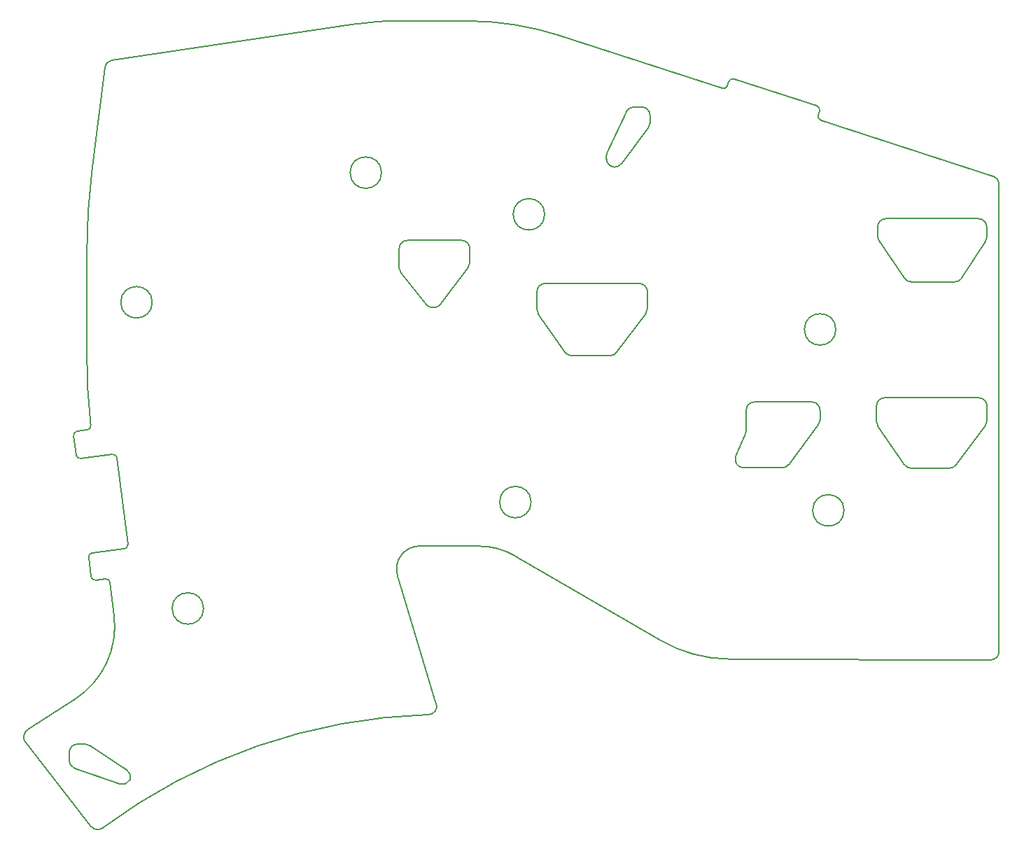
<source format=gm1>
%TF.GenerationSoftware,KiCad,Pcbnew,(5.99.0-12380-gca33ec05df)*%
%TF.CreationDate,2021-09-27T09:59:53+10:00*%
%TF.ProjectId,anaphase,616e6170-6861-4736-952e-6b696361645f,rev?*%
%TF.SameCoordinates,Original*%
%TF.FileFunction,Profile,NP*%
%FSLAX46Y46*%
G04 Gerber Fmt 4.6, Leading zero omitted, Abs format (unit mm)*
G04 Created by KiCad (PCBNEW (5.99.0-12380-gca33ec05df)) date 2021-09-27 09:59:53*
%MOMM*%
%LPD*%
G01*
G04 APERTURE LIST*
%TA.AperFunction,Profile*%
%ADD10C,0.200000*%
%TD*%
G04 APERTURE END LIST*
D10*
X138462564Y-79843638D02*
X138621953Y-79843638D01*
X151083607Y-77923308D02*
X151083607Y-80042189D01*
X95038986Y-95341413D02*
G75*
G02*
X95474354Y-94784229I496276J60908D01*
G01*
X193279472Y-69091339D02*
X204484260Y-69091339D01*
X185322301Y-93424704D02*
X185322301Y-92258164D01*
X95880006Y-98089429D02*
G75*
G02*
X95322821Y-97654062I-60909J496276D01*
G01*
X97105885Y-94085688D02*
G75*
G02*
X96632549Y-85516841I76026631J8497146D01*
G01*
X174125051Y-52990515D02*
X174279271Y-52514893D01*
X97280906Y-109503783D02*
X101151645Y-109028721D01*
X176069520Y-99222191D02*
G75*
G02*
X175149975Y-97829208I1J1000000D01*
G01*
X163444953Y-76923308D02*
X152083607Y-76923308D01*
X176384972Y-92258164D02*
X176384972Y-94734690D01*
X184322301Y-91258164D02*
X177384972Y-91258164D01*
X99750745Y-97614367D02*
X95880006Y-98089429D01*
X192454205Y-71798984D02*
G75*
G02*
X192279472Y-71234241I825267J564743D01*
G01*
X174125051Y-52990515D02*
G75*
G02*
X173495209Y-53311917I-475622J154220D01*
G01*
X204484260Y-69091339D02*
G75*
G02*
X205484260Y-70091339I0J-1000000D01*
G01*
X160713012Y-85259419D02*
G75*
G02*
X159911610Y-85661293I-801402J598126D01*
G01*
X98540734Y-142789468D02*
G75*
G02*
X97156519Y-142604261I-597176J802110D01*
G01*
X176069521Y-99222191D02*
X180726774Y-99222191D01*
X184322301Y-91258164D02*
G75*
G02*
X185322301Y-92258164I0J-1000000D01*
G01*
X139422160Y-79443362D02*
G75*
G02*
X138621953Y-79843638I-800207J599724D01*
G01*
X144145856Y-108705919D02*
G75*
G02*
X148384406Y-109853848I-27326J-8499956D01*
G01*
X89235491Y-132498696D02*
G75*
G02*
X89503672Y-130896566I865743J678594D01*
G01*
X204513842Y-90756828D02*
G75*
G02*
X205513842Y-91756828I0J-1000000D01*
G01*
X134405929Y-72711787D02*
G75*
G02*
X135405929Y-71711787I1000000J0D01*
G01*
X205484260Y-70091339D02*
X205484260Y-71339647D01*
X142950823Y-74401950D02*
G75*
G02*
X142751030Y-75001674I-1000000J0D01*
G01*
X160483365Y-62843638D02*
X160484296Y-62843638D01*
X101458461Y-135769152D02*
G75*
G02*
X101838879Y-136978241I-547659J-836701D01*
G01*
X192152496Y-91756828D02*
X192152496Y-93643781D01*
X196348610Y-99262886D02*
G75*
G02*
X195526274Y-98831888I0J1000000D01*
G01*
X129229476Y-45534009D02*
G75*
G02*
X134744040Y-45138594I5360266J-36104259D01*
G01*
X134405929Y-72711787D02*
X134405929Y-75040956D01*
X174909113Y-52193492D02*
X184935222Y-55444453D01*
X134744040Y-45138594D02*
X142776648Y-45172551D01*
X192152496Y-91756828D02*
G75*
G02*
X193152496Y-90756828I1000000J0D01*
G01*
X134211495Y-112295906D02*
G75*
G02*
X136899777Y-108682623I2679281J813297D01*
G01*
X185423805Y-57179759D02*
X206281703Y-63942924D01*
X204513842Y-90756828D02*
X193152496Y-90756828D01*
X205484261Y-71339648D02*
G75*
G02*
X205324223Y-71882292I-1000001J1D01*
G01*
X95168684Y-135578601D02*
X100633011Y-137452085D01*
X155279721Y-85661293D02*
X159911610Y-85661293D01*
X96385191Y-132643636D02*
X95506296Y-132643636D01*
X163753114Y-55577841D02*
G75*
G02*
X164753114Y-56577841I0J-1000000D01*
G01*
X110750295Y-116235943D02*
G75*
G03*
X110750295Y-116235943I-1900000J0D01*
G01*
X144145856Y-108705919D02*
X136899777Y-108682623D01*
X174319373Y-122357472D02*
G75*
G02*
X166093374Y-120129145I54820J16499909D01*
G01*
X97129374Y-112373615D02*
X96845539Y-110060968D01*
X151261271Y-80611191D02*
X154457385Y-85230295D01*
X98540735Y-142789468D02*
G75*
G02*
X137985053Y-129072994I41482722J-55718383D01*
G01*
X96632549Y-85516841D02*
X96644405Y-72867847D01*
X163444953Y-76923308D02*
G75*
G02*
X164444953Y-77923308I0J-1000000D01*
G01*
X201781901Y-98861012D02*
G75*
G02*
X200980499Y-99262886I-801402J598126D01*
G01*
X192330160Y-94212783D02*
X195526274Y-98831888D01*
X101838879Y-136978241D02*
G75*
G02*
X100633011Y-137452085I-881544J472102D01*
G01*
X195524014Y-76284937D02*
X192454205Y-71798984D01*
X134626511Y-75667460D02*
G75*
G02*
X134405929Y-75040956I779418J626504D01*
G01*
X142776647Y-45172550D02*
G75*
G02*
X153880422Y-46951830I-154298J-36499675D01*
G01*
X138462564Y-79843638D02*
G75*
G02*
X137683146Y-79470142I0J1000000D01*
G01*
X134626511Y-75667460D02*
X137683146Y-79470142D01*
X96385191Y-132643636D02*
G75*
G02*
X96932850Y-132806934I0J-1000000D01*
G01*
X94506386Y-133630203D02*
G75*
G02*
X95506296Y-132643636I999910J-13433D01*
G01*
X196348610Y-99262886D02*
X200980499Y-99262886D01*
X99750744Y-97614367D02*
G75*
G02*
X100307930Y-98049735I60909J-496277D01*
G01*
X151083607Y-77923308D02*
G75*
G02*
X152083607Y-76923308I1000000J0D01*
G01*
X164444953Y-79927127D02*
X164444953Y-77923308D01*
X192279472Y-71234241D02*
X192279472Y-70091339D01*
X138912596Y-127782961D02*
G75*
G02*
X137985053Y-129072994I-956887J-290463D01*
G01*
X95474354Y-94784229D02*
X96669888Y-94637499D01*
X185423805Y-57179759D02*
G75*
G02*
X185102403Y-56549917I154220J475622D01*
G01*
X205324223Y-71882292D02*
X202494242Y-76262838D01*
X104538475Y-79197967D02*
G75*
G03*
X104538475Y-79197967I-1900000J0D01*
G01*
X161283401Y-62444829D02*
X164552220Y-58099908D01*
X134211494Y-112295906D02*
X138912595Y-127782961D01*
X159483365Y-61467179D02*
X159483365Y-61843638D01*
X196349280Y-76720193D02*
G75*
G02*
X195524014Y-76284937I0J999999D01*
G01*
X142950823Y-74401950D02*
X142950823Y-72711787D01*
X98877622Y-112662802D02*
X97686559Y-112808983D01*
X164444953Y-79927127D02*
G75*
G02*
X164246355Y-80525253I-1000000J0D01*
G01*
X176384972Y-92258164D02*
G75*
G02*
X177384972Y-91258164I1000000J0D01*
G01*
X141950823Y-71711787D02*
G75*
G02*
X142950823Y-72711787I0J-1000000D01*
G01*
X205969940Y-122462628D02*
X174319374Y-122357472D01*
X132274775Y-63517480D02*
G75*
G03*
X132274775Y-63517480I-1900000J0D01*
G01*
X181526981Y-98821914D02*
X185122508Y-94024428D01*
X164753115Y-57498716D02*
G75*
G02*
X164552220Y-58099908I-1000001J0D01*
G01*
X97105885Y-94085686D02*
G75*
G02*
X96669888Y-94637499I-496906J-55537D01*
G01*
X201781901Y-98861012D02*
X205315244Y-94126846D01*
X97686558Y-112808983D02*
G75*
G02*
X97129374Y-112373615I-60908J496276D01*
G01*
X89503672Y-130896566D02*
X95209397Y-127204751D01*
X187228499Y-82482409D02*
G75*
G03*
X187228499Y-82482409I-1900000J0D01*
G01*
X139422160Y-79443361D02*
X142751030Y-75001674D01*
X185256623Y-56074295D02*
X185102403Y-56549917D01*
X101587013Y-108471537D02*
G75*
G02*
X101151645Y-109028721I-496276J-60908D01*
G01*
X206281703Y-63942923D02*
G75*
G02*
X206973263Y-64894167I-308440J-951244D01*
G01*
X97156519Y-142604261D02*
X89235491Y-132498696D01*
X101458461Y-135769152D02*
X96932850Y-132806934D01*
X95322821Y-97654062D02*
X95038986Y-95341414D01*
X150365743Y-103372880D02*
G75*
G03*
X150365743Y-103372880I-1900000J0D01*
G01*
X174279272Y-52514893D02*
G75*
G02*
X174909113Y-52193492I475621J-154220D01*
G01*
X185322301Y-93424704D02*
G75*
G02*
X185122508Y-94024428I-1000000J0D01*
G01*
X141950823Y-71711787D02*
X135405929Y-71711787D01*
X153880422Y-46951830D02*
X173495209Y-53311917D01*
X99927196Y-117110093D02*
X99434807Y-113098170D01*
X164753114Y-57498716D02*
X164753114Y-56577841D01*
X160483365Y-62843638D02*
G75*
G02*
X159483365Y-61843638I0J1000000D01*
G01*
X96644405Y-72867847D02*
G75*
G02*
X97222107Y-63555529I76499966J-71702D01*
G01*
X188228436Y-104375774D02*
G75*
G03*
X188228436Y-104375774I-1900000J0D01*
G01*
X152001107Y-68561301D02*
G75*
G03*
X152001107Y-68561301I-1900000J0D01*
G01*
X98877622Y-112662801D02*
G75*
G02*
X99434807Y-113098170I60908J-496277D01*
G01*
X151261271Y-80611191D02*
G75*
G02*
X151083607Y-80042189I822336J569002D01*
G01*
X94506386Y-133630202D02*
X94493099Y-134619222D01*
X201654280Y-76720194D02*
X196349280Y-76720194D01*
X166093374Y-120129145D02*
X148384406Y-109853848D01*
X161879458Y-56152037D02*
X159578550Y-61041375D01*
X176384972Y-94734690D02*
G75*
G02*
X176304518Y-95127672I-1000000J0D01*
G01*
X176304518Y-95127672D02*
X175149975Y-97829208D01*
X161283401Y-62444829D02*
G75*
G02*
X160484296Y-62843638I-799105J601191D01*
G01*
X163753114Y-55577841D02*
X162784273Y-55577841D01*
X206973263Y-64894167D02*
X206973263Y-121462633D01*
X206973264Y-121462634D02*
G75*
G02*
X205969940Y-122462628I-1000001J1D01*
G01*
X161879457Y-56152037D02*
G75*
G02*
X162784273Y-55577841I904816J-425804D01*
G01*
X97222107Y-63555529D02*
X98799589Y-50792770D01*
X98799589Y-50792770D02*
G75*
G02*
X99645180Y-49926279I992448J-122667D01*
G01*
X160713012Y-85259419D02*
X164246355Y-80525253D01*
X99645180Y-49926279D02*
X129229476Y-45534008D01*
X96845539Y-110060968D02*
G75*
G02*
X97280906Y-109503783I496276J60909D01*
G01*
X181526981Y-98821915D02*
G75*
G02*
X180726774Y-99222191I-800207J599724D01*
G01*
X95168684Y-135578602D02*
G75*
G02*
X94493099Y-134619222I324325J945946D01*
G01*
X101587013Y-108471536D02*
X100307930Y-98049735D01*
X192330160Y-94212783D02*
G75*
G02*
X192152496Y-93643781I822336J569002D01*
G01*
X99927196Y-117110092D02*
G75*
G02*
X95209397Y-127204751I-10421802J-1279084D01*
G01*
X155279721Y-85661293D02*
G75*
G02*
X154457385Y-85230295I0J1000000D01*
G01*
X184935222Y-55444454D02*
G75*
G02*
X185256623Y-56074295I-154220J-475621D01*
G01*
X159483365Y-61467178D02*
G75*
G02*
X159578550Y-61041375I1000000J-1D01*
G01*
X192279472Y-70091339D02*
G75*
G02*
X193279472Y-69091339I1000000J0D01*
G01*
X202494243Y-76262838D02*
G75*
G02*
X201654280Y-76720194I-839963J542644D01*
G01*
X205513842Y-93528720D02*
X205513842Y-91756828D01*
X205513842Y-93528720D02*
G75*
G02*
X205315244Y-94126846I-1000000J0D01*
G01*
M02*

</source>
